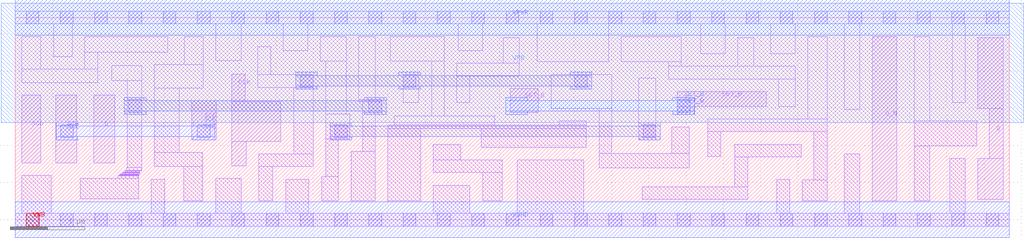
<source format=lef>
# Copyright 2020 The SkyWater PDK Authors
#
# Licensed under the Apache License, Version 2.0 (the "License");
# you may not use this file except in compliance with the License.
# You may obtain a copy of the License at
#
#     https://www.apache.org/licenses/LICENSE-2.0
#
# Unless required by applicable law or agreed to in writing, software
# distributed under the License is distributed on an "AS IS" BASIS,
# WITHOUT WARRANTIES OR CONDITIONS OF ANY KIND, either express or implied.
# See the License for the specific language governing permissions and
# limitations under the License.
#
# SPDX-License-Identifier: Apache-2.0

VERSION 5.7 ;
  NOWIREEXTENSIONATPIN ON ;
  DIVIDERCHAR "/" ;
  BUSBITCHARS "[]" ;
MACRO sky130_fd_sc_hd__sdfsbp_1
  CLASS CORE ;
  FOREIGN sky130_fd_sc_hd__sdfsbp_1 ;
  ORIGIN  0.000000  0.000000 ;
  SIZE  13.34000 BY  2.720000 ;
  SYMMETRY X Y R90 ;
  SITE unithd ;
  PIN D
    ANTENNAGATEAREA  0.159000 ;
    DIRECTION INPUT ;
    USE SIGNAL ;
    PORT
      LAYER li1 ;
        RECT 1.055000 0.765000 1.335000 1.675000 ;
    END
  END D
  PIN Q
    ANTENNADIFFAREA  0.429000 ;
    DIRECTION OUTPUT ;
    USE SIGNAL ;
    PORT
      LAYER li1 ;
        RECT 12.915000 0.275000 13.255000 0.825000 ;
        RECT 12.915000 1.495000 13.255000 2.450000 ;
        RECT 13.070000 0.825000 13.255000 1.495000 ;
    END
  END Q
  PIN Q_N
    ANTENNADIFFAREA  0.429000 ;
    DIRECTION OUTPUT ;
    USE SIGNAL ;
    PORT
      LAYER li1 ;
        RECT 11.500000 0.255000 11.830000 2.465000 ;
    END
  END Q_N
  PIN SCD
    ANTENNAGATEAREA  0.159000 ;
    DIRECTION INPUT ;
    USE SIGNAL ;
    PORT
      LAYER li1 ;
        RECT 0.085000 0.765000 0.345000 1.675000 ;
    END
  END SCD
  PIN SCE
    ANTENNAGATEAREA  0.318000 ;
    DIRECTION INPUT ;
    USE SIGNAL ;
    PORT
      LAYER li1 ;
        RECT 0.545000 0.765000 0.825000 1.675000 ;
      LAYER mcon ;
        RECT 0.610000 1.105000 0.780000 1.275000 ;
    END
    PORT
      LAYER li1 ;
        RECT 2.370000 1.075000 2.700000 1.600000 ;
      LAYER mcon ;
        RECT 2.445000 1.105000 2.615000 1.275000 ;
    END
    PORT
      LAYER met1 ;
        RECT 0.550000 1.075000 0.840000 1.120000 ;
        RECT 0.550000 1.120000 2.675000 1.260000 ;
        RECT 0.550000 1.260000 0.840000 1.305000 ;
        RECT 2.385000 1.075000 2.675000 1.120000 ;
        RECT 2.385000 1.260000 2.675000 1.305000 ;
    END
  END SCE
  PIN SET_B
    ANTENNAGATEAREA  0.252000 ;
    DIRECTION INPUT ;
    USE SIGNAL ;
    PORT
      LAYER li1 ;
        RECT 6.640000 1.445000 7.015000 1.765000 ;
    END
    PORT
      LAYER li1 ;
        RECT 8.885000 1.415000  9.110000 1.525000 ;
        RECT 8.885000 1.525000 10.075000 1.725000 ;
      LAYER mcon ;
        RECT 8.885000 1.445000 9.055000 1.615000 ;
    END
    PORT
      LAYER met1 ;
        RECT 6.580000 1.415000 6.870000 1.460000 ;
        RECT 6.580000 1.460000 9.115000 1.600000 ;
        RECT 6.580000 1.600000 6.870000 1.645000 ;
        RECT 8.825000 1.415000 9.115000 1.460000 ;
        RECT 8.825000 1.600000 9.115000 1.645000 ;
    END
  END SET_B
  PIN CLK
    ANTENNAGATEAREA  0.159000 ;
    DIRECTION INPUT ;
    USE CLOCK ;
    PORT
      LAYER li1 ;
        RECT 2.905000 0.725000 3.100000 1.055000 ;
        RECT 2.905000 1.055000 3.565000 1.590000 ;
        RECT 2.905000 1.590000 3.085000 1.960000 ;
    END
  END CLK
  PIN VGND
    DIRECTION INOUT ;
    SHAPE ABUTMENT ;
    USE GROUND ;
    PORT
      LAYER met1 ;
        RECT 0.000000 -0.240000 13.340000 0.240000 ;
    END
  END VGND
  PIN VNB
    DIRECTION INOUT ;
    USE GROUND ;
    PORT
      LAYER pwell ;
        RECT 0.150000 -0.085000 0.320000 0.085000 ;
    END
  END VNB
  PIN VPB
    DIRECTION INOUT ;
    USE POWER ;
    PORT
      LAYER nwell ;
        RECT -0.190000 1.305000 13.530000 2.910000 ;
    END
  END VPB
  PIN VPWR
    DIRECTION INOUT ;
    SHAPE ABUTMENT ;
    USE POWER ;
    PORT
      LAYER met1 ;
        RECT 0.000000 2.480000 13.340000 2.960000 ;
    END
  END VPWR
  OBS
    LAYER li1 ;
      RECT  0.000000 -0.085000 13.340000 0.085000 ;
      RECT  0.000000  2.635000 13.340000 2.805000 ;
      RECT  0.085000  0.085000  0.480000 0.595000 ;
      RECT  0.085000  1.845000  1.105000 2.025000 ;
      RECT  0.085000  2.025000  0.345000 2.465000 ;
      RECT  0.515000  2.195000  0.765000 2.635000 ;
      RECT  0.875000  0.280000  1.655000 0.560000 ;
      RECT  0.935000  2.025000  1.105000 2.255000 ;
      RECT  0.935000  2.255000  2.045000 2.465000 ;
      RECT  1.295000  1.870000  1.695000 2.075000 ;
      RECT  1.380000  0.560000  1.655000 0.590000 ;
      RECT  1.380000  0.590000  1.660000 0.600000 ;
      RECT  1.395000  0.600000  1.660000 0.605000 ;
      RECT  1.405000  0.605000  1.660000 0.610000 ;
      RECT  1.420000  0.610000  1.660000 0.615000 ;
      RECT  1.430000  0.615000  1.670000 0.620000 ;
      RECT  1.440000  0.620000  1.670000 0.630000 ;
      RECT  1.445000  0.630000  1.670000 0.635000 ;
      RECT  1.460000  0.635000  1.670000 0.645000 ;
      RECT  1.475000  0.645000  1.670000 0.655000 ;
      RECT  1.475000  0.655000  1.695000 0.665000 ;
      RECT  1.495000  0.665000  1.695000 0.705000 ;
      RECT  1.505000  0.705000  1.695000 1.870000 ;
      RECT  1.825000  0.085000  2.005000 0.545000 ;
      RECT  1.865000  0.715000  2.515000 0.905000 ;
      RECT  1.865000  0.905000  2.200000 1.770000 ;
      RECT  1.865000  1.770000  2.520000 2.085000 ;
      RECT  2.260000  0.255000  2.515000 0.715000 ;
      RECT  2.270000  2.085000  2.520000 2.465000 ;
      RECT  2.690000  0.085000  3.030000 0.555000 ;
      RECT  2.690000  2.140000  3.030000 2.635000 ;
      RECT  3.255000  1.775000  3.995000 1.955000 ;
      RECT  3.255000  1.955000  3.425000 2.325000 ;
      RECT  3.270000  0.255000  3.455000 0.715000 ;
      RECT  3.270000  0.715000  3.995000 0.885000 ;
      RECT  3.595000  2.275000  3.925000 2.635000 ;
      RECT  3.630000  0.085000  3.940000 0.545000 ;
      RECT  3.735000  0.885000  3.995000 1.775000 ;
      RECT  4.095000  2.135000  4.440000 2.465000 ;
      RECT  4.110000  0.255000  4.335000 0.585000 ;
      RECT  4.165000  0.585000  4.335000 1.090000 ;
      RECT  4.165000  1.090000  4.490000 1.420000 ;
      RECT  4.165000  1.420000  4.440000 2.135000 ;
      RECT  4.505000  0.255000  4.830000 0.920000 ;
      RECT  4.610000  1.590000  4.915000 1.615000 ;
      RECT  4.610000  1.615000  4.830000 2.465000 ;
      RECT  4.660000  0.920000  4.830000 1.445000 ;
      RECT  4.660000  1.445000  4.915000 1.590000 ;
      RECT  5.000000  0.255000  5.440000 1.225000 ;
      RECT  5.000000  1.225000  7.660000 1.275000 ;
      RECT  5.030000  2.135000  5.755000 2.465000 ;
      RECT  5.085000  1.275000  6.435000 1.395000 ;
      RECT  5.205000  1.575000  5.415000 1.955000 ;
      RECT  5.585000  1.395000  5.755000 2.135000 ;
      RECT  5.610000  0.085000  6.095000 0.465000 ;
      RECT  5.610000  0.635000  6.535000 0.805000 ;
      RECT  5.610000  0.805000  5.975000 1.015000 ;
      RECT  5.925000  1.575000  6.095000 1.935000 ;
      RECT  5.925000  1.935000  6.765000 2.105000 ;
      RECT  5.945000  2.275000  6.275000 2.635000 ;
      RECT  6.250000  0.975000  7.660000 1.225000 ;
      RECT  6.275000  0.255000  6.535000 0.635000 ;
      RECT  6.550000  2.105000  6.765000 2.450000 ;
      RECT  6.735000  0.085000  7.630000 0.805000 ;
      RECT  7.005000  2.125000  7.960000 2.635000 ;
      RECT  7.190000  1.495000  8.005000 1.955000 ;
      RECT  7.300000  1.275000  7.660000 1.325000 ;
      RECT  7.835000  0.695000  9.040000 0.895000 ;
      RECT  7.835000  0.895000  8.005000 1.495000 ;
      RECT  8.130000  2.125000  8.935000 2.460000 ;
      RECT  8.365000  1.075000  8.595000 1.905000 ;
      RECT  8.410000  0.275000  9.825000 0.445000 ;
      RECT  8.765000  1.895000 10.465000 2.065000 ;
      RECT  8.765000  2.065000  8.935000 2.125000 ;
      RECT  8.810000  0.895000  9.040000 1.245000 ;
      RECT  9.195000  2.235000  9.525000 2.635000 ;
      RECT  9.290000  0.855000  9.465000 1.185000 ;
      RECT  9.290000  1.185000 10.895000 1.355000 ;
      RECT  9.655000  0.445000  9.825000 0.845000 ;
      RECT  9.655000  0.845000 10.545000 1.015000 ;
      RECT  9.695000  2.065000  9.910000 2.450000 ;
      RECT 10.135000  2.235000 10.465000 2.635000 ;
      RECT 10.220000  0.085000 10.390000 0.545000 ;
      RECT 10.245000  1.525000 10.465000 1.895000 ;
      RECT 10.560000  0.255000 10.895000 0.540000 ;
      RECT 10.635000  1.355000 10.895000 2.465000 ;
      RECT 10.715000  0.540000 10.895000 1.185000 ;
      RECT 11.120000  0.085000 11.330000 0.885000 ;
      RECT 11.120000  1.485000 11.330000 2.635000 ;
      RECT 12.060000  0.255000 12.270000 0.995000 ;
      RECT 12.060000  0.995000 12.900000 1.325000 ;
      RECT 12.060000  1.325000 12.270000 2.465000 ;
      RECT 12.540000  0.085000 12.745000 0.825000 ;
      RECT 12.575000  1.575000 12.745000 2.635000 ;
    LAYER mcon ;
      RECT  0.145000 -0.085000  0.315000 0.085000 ;
      RECT  0.145000  2.635000  0.315000 2.805000 ;
      RECT  0.605000 -0.085000  0.775000 0.085000 ;
      RECT  0.605000  2.635000  0.775000 2.805000 ;
      RECT  1.065000 -0.085000  1.235000 0.085000 ;
      RECT  1.065000  2.635000  1.235000 2.805000 ;
      RECT  1.525000 -0.085000  1.695000 0.085000 ;
      RECT  1.525000  1.445000  1.695000 1.615000 ;
      RECT  1.525000  2.635000  1.695000 2.805000 ;
      RECT  1.985000 -0.085000  2.155000 0.085000 ;
      RECT  1.985000  2.635000  2.155000 2.805000 ;
      RECT  2.445000 -0.085000  2.615000 0.085000 ;
      RECT  2.445000  2.635000  2.615000 2.805000 ;
      RECT  2.905000 -0.085000  3.075000 0.085000 ;
      RECT  2.905000  2.635000  3.075000 2.805000 ;
      RECT  3.365000 -0.085000  3.535000 0.085000 ;
      RECT  3.365000  2.635000  3.535000 2.805000 ;
      RECT  3.825000 -0.085000  3.995000 0.085000 ;
      RECT  3.825000  1.785000  3.995000 1.955000 ;
      RECT  3.825000  2.635000  3.995000 2.805000 ;
      RECT  4.285000 -0.085000  4.455000 0.085000 ;
      RECT  4.285000  1.105000  4.455000 1.275000 ;
      RECT  4.285000  2.635000  4.455000 2.805000 ;
      RECT  4.745000 -0.085000  4.915000 0.085000 ;
      RECT  4.745000  1.445000  4.915000 1.615000 ;
      RECT  4.745000  2.635000  4.915000 2.805000 ;
      RECT  5.205000 -0.085000  5.375000 0.085000 ;
      RECT  5.205000  1.785000  5.375000 1.955000 ;
      RECT  5.205000  2.635000  5.375000 2.805000 ;
      RECT  5.665000 -0.085000  5.835000 0.085000 ;
      RECT  5.665000  2.635000  5.835000 2.805000 ;
      RECT  6.125000 -0.085000  6.295000 0.085000 ;
      RECT  6.125000  2.635000  6.295000 2.805000 ;
      RECT  6.585000 -0.085000  6.755000 0.085000 ;
      RECT  6.585000  2.635000  6.755000 2.805000 ;
      RECT  7.045000 -0.085000  7.215000 0.085000 ;
      RECT  7.045000  2.635000  7.215000 2.805000 ;
      RECT  7.505000 -0.085000  7.675000 0.085000 ;
      RECT  7.505000  1.785000  7.675000 1.955000 ;
      RECT  7.505000  2.635000  7.675000 2.805000 ;
      RECT  7.965000 -0.085000  8.135000 0.085000 ;
      RECT  7.965000  2.635000  8.135000 2.805000 ;
      RECT  8.425000 -0.085000  8.595000 0.085000 ;
      RECT  8.425000  1.105000  8.595000 1.275000 ;
      RECT  8.425000  2.635000  8.595000 2.805000 ;
      RECT  8.885000 -0.085000  9.055000 0.085000 ;
      RECT  8.885000  2.635000  9.055000 2.805000 ;
      RECT  9.345000 -0.085000  9.515000 0.085000 ;
      RECT  9.345000  2.635000  9.515000 2.805000 ;
      RECT  9.805000 -0.085000  9.975000 0.085000 ;
      RECT  9.805000  2.635000  9.975000 2.805000 ;
      RECT 10.265000 -0.085000 10.435000 0.085000 ;
      RECT 10.265000  2.635000 10.435000 2.805000 ;
      RECT 10.725000 -0.085000 10.895000 0.085000 ;
      RECT 10.725000  2.635000 10.895000 2.805000 ;
      RECT 11.185000 -0.085000 11.355000 0.085000 ;
      RECT 11.185000  2.635000 11.355000 2.805000 ;
      RECT 11.645000 -0.085000 11.815000 0.085000 ;
      RECT 11.645000  2.635000 11.815000 2.805000 ;
      RECT 12.105000 -0.085000 12.275000 0.085000 ;
      RECT 12.105000  2.635000 12.275000 2.805000 ;
      RECT 12.565000 -0.085000 12.735000 0.085000 ;
      RECT 12.565000  2.635000 12.735000 2.805000 ;
      RECT 13.025000 -0.085000 13.195000 0.085000 ;
      RECT 13.025000  2.635000 13.195000 2.805000 ;
    LAYER met1 ;
      RECT 1.465000 1.415000 1.755000 1.460000 ;
      RECT 1.465000 1.460000 4.975000 1.600000 ;
      RECT 1.465000 1.600000 1.755000 1.645000 ;
      RECT 3.765000 1.755000 4.055000 1.800000 ;
      RECT 3.765000 1.800000 7.735000 1.940000 ;
      RECT 3.765000 1.940000 4.055000 1.985000 ;
      RECT 4.225000 1.075000 4.515000 1.120000 ;
      RECT 4.225000 1.120000 8.655000 1.260000 ;
      RECT 4.225000 1.260000 4.515000 1.305000 ;
      RECT 4.685000 1.415000 4.975000 1.460000 ;
      RECT 4.685000 1.600000 4.975000 1.645000 ;
      RECT 5.145000 1.755000 5.435000 1.800000 ;
      RECT 5.145000 1.940000 5.435000 1.985000 ;
      RECT 7.445000 1.755000 7.735000 1.800000 ;
      RECT 7.445000 1.940000 7.735000 1.985000 ;
      RECT 8.365000 1.075000 8.655000 1.120000 ;
      RECT 8.365000 1.260000 8.655000 1.305000 ;
  END
END sky130_fd_sc_hd__sdfsbp_1
END LIBRARY

</source>
